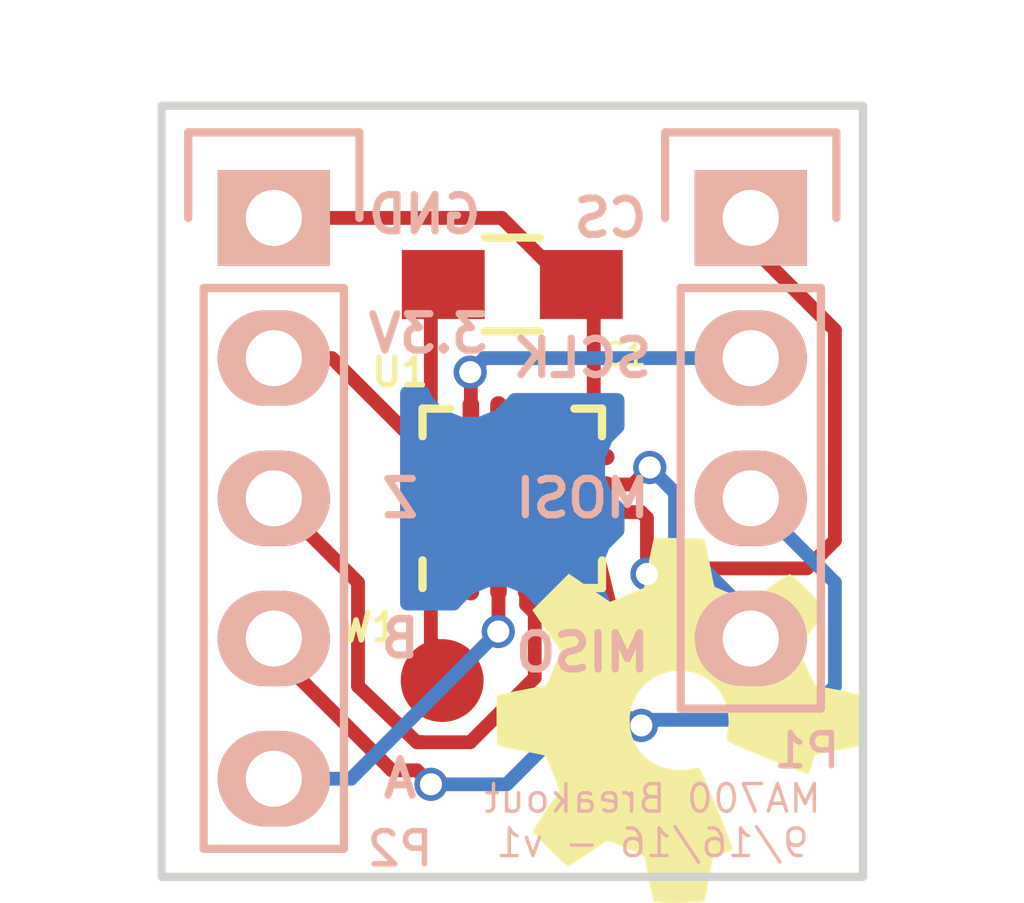
<source format=kicad_pcb>
(kicad_pcb (version 4) (host pcbnew 4.0.4-stable)

  (general
    (links 15)
    (no_connects 3)
    (area 139.238667 101.589 162.262154 124.371494)
    (thickness 1.6)
    (drawings 14)
    (tracks 78)
    (zones 0)
    (modules 6)
    (nets 18)
  )

  (page A4)
  (layers
    (0 F.Cu signal)
    (31 B.Cu signal)
    (32 B.Adhes user)
    (33 F.Adhes user)
    (34 B.Paste user)
    (35 F.Paste user)
    (36 B.SilkS user)
    (37 F.SilkS user)
    (38 B.Mask user)
    (39 F.Mask user)
    (40 Dwgs.User user)
    (41 Cmts.User user)
    (42 Eco1.User user)
    (43 Eco2.User user)
    (44 Edge.Cuts user)
    (45 Margin user)
    (46 B.CrtYd user)
    (47 F.CrtYd user)
    (48 B.Fab user)
    (49 F.Fab user)
  )

  (setup
    (last_trace_width 0.25)
    (trace_clearance 0.2)
    (zone_clearance 0.508)
    (zone_45_only no)
    (trace_min 0.2)
    (segment_width 0.2)
    (edge_width 0.15)
    (via_size 0.6)
    (via_drill 0.4)
    (via_min_size 0.4)
    (via_min_drill 0.3)
    (uvia_size 0.3)
    (uvia_drill 0.1)
    (uvias_allowed no)
    (uvia_min_size 0.2)
    (uvia_min_drill 0.1)
    (pcb_text_width 0.3)
    (pcb_text_size 1.5 1.5)
    (mod_edge_width 0.15)
    (mod_text_size 1 1)
    (mod_text_width 0.15)
    (pad_size 1.524 1.524)
    (pad_drill 0.762)
    (pad_to_mask_clearance 0.2)
    (aux_axis_origin 0 0)
    (visible_elements 7FFEFFFF)
    (pcbplotparams
      (layerselection 0x010f0_80000001)
      (usegerberextensions false)
      (excludeedgelayer true)
      (linewidth 0.100000)
      (plotframeref false)
      (viasonmask false)
      (mode 1)
      (useauxorigin false)
      (hpglpennumber 1)
      (hpglpenspeed 20)
      (hpglpendiameter 15)
      (hpglpenoverlay 2)
      (psnegative false)
      (psa4output false)
      (plotreference true)
      (plotvalue true)
      (plotinvisibletext false)
      (padsonsilk false)
      (subtractmaskfromsilk true)
      (outputformat 1)
      (mirror false)
      (drillshape 0)
      (scaleselection 1)
      (outputdirectory ""))
  )

  (net 0 "")
  (net 1 VCC)
  (net 2 GND)
  (net 3 CS)
  (net 4 SCLK)
  (net 5 MOSI)
  (net 6 MISO)
  (net 7 Z)
  (net 8 B)
  (net 9 A)
  (net 10 "Net-(U1-Pad1)")
  (net 11 "Net-(U1-Pad9)")
  (net 12 "Net-(U1-Pad10)")
  (net 13 "Net-(U1-Pad11)")
  (net 14 "Net-(U1-Pad14)")
  (net 15 "Net-(U1-Pad15)")
  (net 16 "Net-(U1-Pad16)")
  (net 17 "Net-(U1-Pad17)")

  (net_class Default "This is the default net class."
    (clearance 0.2)
    (trace_width 0.25)
    (via_dia 0.6)
    (via_drill 0.4)
    (uvia_dia 0.3)
    (uvia_drill 0.1)
    (add_net A)
    (add_net B)
    (add_net CS)
    (add_net GND)
    (add_net MISO)
    (add_net MOSI)
    (add_net "Net-(U1-Pad1)")
    (add_net "Net-(U1-Pad10)")
    (add_net "Net-(U1-Pad11)")
    (add_net "Net-(U1-Pad14)")
    (add_net "Net-(U1-Pad15)")
    (add_net "Net-(U1-Pad16)")
    (add_net "Net-(U1-Pad17)")
    (add_net "Net-(U1-Pad9)")
    (add_net SCLK)
    (add_net VCC)
    (add_net Z)
  )

  (module Capacitors_SMD:C_0805_HandSoldering (layer F.Cu) (tedit 57DB91D4) (tstamp 57DB7D6A)
    (at 148.59 106.8705)
    (descr "Capacitor SMD 0805, hand soldering")
    (tags "capacitor 0805")
    (path /57DB7600)
    (attr smd)
    (fp_text reference C1 (at 2.032 1.27) (layer F.SilkS)
      (effects (font (size 0.4048 0.4048) (thickness 0.0658)))
    )
    (fp_text value 100nF (at 0 2.1) (layer F.Fab)
      (effects (font (size 1 1) (thickness 0.15)))
    )
    (fp_line (start -2.3 -1) (end 2.3 -1) (layer F.CrtYd) (width 0.05))
    (fp_line (start -2.3 1) (end 2.3 1) (layer F.CrtYd) (width 0.05))
    (fp_line (start -2.3 -1) (end -2.3 1) (layer F.CrtYd) (width 0.05))
    (fp_line (start 2.3 -1) (end 2.3 1) (layer F.CrtYd) (width 0.05))
    (fp_line (start 0.5 -0.85) (end -0.5 -0.85) (layer F.SilkS) (width 0.15))
    (fp_line (start -0.5 0.85) (end 0.5 0.85) (layer F.SilkS) (width 0.15))
    (pad 1 smd rect (at -1.25 0) (size 1.5 1.25) (layers F.Cu F.Paste F.Mask)
      (net 1 VCC))
    (pad 2 smd rect (at 1.25 0) (size 1.5 1.25) (layers F.Cu F.Paste F.Mask)
      (net 2 GND))
    (model Capacitors_SMD.3dshapes/C_0805_HandSoldering.wrl
      (at (xyz 0 0 0))
      (scale (xyz 1 1 1))
      (rotate (xyz 0 0 0))
    )
  )

  (module Housings_DFN_QFN:QFN-16-1EP_3x3mm_Pitch0.5mm (layer F.Cu) (tedit 57DC060E) (tstamp 57DB7D98)
    (at 148.59 110.744 90)
    (descr "16-Lead Plastic Quad Flat, No Lead Package (NG) - 3x3x0.9 mm Body [QFN]; (see Microchip Packaging Specification 00000049BS.pdf)")
    (tags "QFN 0.5")
    (path /57DB7185)
    (attr smd)
    (fp_text reference U1 (at 2.286 -2.032 180) (layer F.SilkS)
      (effects (font (size 0.5 0.5) (thickness 0.1)))
    )
    (fp_text value MA700 (at 0 2.85 90) (layer F.Fab)
      (effects (font (size 1 1) (thickness 0.15)))
    )
    (fp_line (start -2.1 -2.1) (end -2.1 2.1) (layer F.CrtYd) (width 0.05))
    (fp_line (start 2.1 -2.1) (end 2.1 2.1) (layer F.CrtYd) (width 0.05))
    (fp_line (start -2.1 -2.1) (end 2.1 -2.1) (layer F.CrtYd) (width 0.05))
    (fp_line (start -2.1 2.1) (end 2.1 2.1) (layer F.CrtYd) (width 0.05))
    (fp_line (start 1.625 -1.625) (end 1.625 -1.125) (layer F.SilkS) (width 0.15))
    (fp_line (start -1.625 1.625) (end -1.625 1.125) (layer F.SilkS) (width 0.15))
    (fp_line (start 1.625 1.625) (end 1.625 1.125) (layer F.SilkS) (width 0.15))
    (fp_line (start -1.625 -1.625) (end -1.125 -1.625) (layer F.SilkS) (width 0.15))
    (fp_line (start -1.625 1.625) (end -1.125 1.625) (layer F.SilkS) (width 0.15))
    (fp_line (start 1.625 1.625) (end 1.125 1.625) (layer F.SilkS) (width 0.15))
    (fp_line (start 1.625 -1.625) (end 1.125 -1.625) (layer F.SilkS) (width 0.15))
    (pad 1 smd oval (at -1.475 -0.75 90) (size 0.75 0.3) (layers F.Cu F.Paste F.Mask)
      (net 10 "Net-(U1-Pad1)"))
    (pad 2 smd oval (at -1.475 -0.25 90) (size 0.75 0.3) (layers F.Cu F.Paste F.Mask)
      (net 9 A))
    (pad 3 smd oval (at -1.475 0.25 90) (size 0.75 0.3) (layers F.Cu F.Paste F.Mask)
      (net 7 Z))
    (pad 4 smd oval (at -1.475 0.75 90) (size 0.75 0.3) (layers F.Cu F.Paste F.Mask)
      (net 5 MOSI))
    (pad 5 smd oval (at -0.75 1.475 180) (size 0.75 0.3) (layers F.Cu F.Paste F.Mask)
      (net 3 CS))
    (pad 6 smd oval (at -0.25 1.475 180) (size 0.75 0.3) (layers F.Cu F.Paste F.Mask)
      (net 8 B))
    (pad 7 smd oval (at 0.25 1.475 180) (size 0.75 0.3) (layers F.Cu F.Paste F.Mask)
      (net 6 MISO))
    (pad 8 smd oval (at 0.75 1.475 180) (size 0.75 0.3) (layers F.Cu F.Paste F.Mask)
      (net 2 GND))
    (pad 9 smd oval (at 1.475 0.75 90) (size 0.75 0.3) (layers F.Cu F.Paste F.Mask)
      (net 11 "Net-(U1-Pad9)"))
    (pad 10 smd oval (at 1.475 0.25 90) (size 0.75 0.3) (layers F.Cu F.Paste F.Mask)
      (net 12 "Net-(U1-Pad10)"))
    (pad 11 smd oval (at 1.475 -0.25 90) (size 0.75 0.3) (layers F.Cu F.Paste F.Mask)
      (net 13 "Net-(U1-Pad11)"))
    (pad 12 smd oval (at 1.475 -0.75 90) (size 0.75 0.3) (layers F.Cu F.Paste F.Mask)
      (net 4 SCLK))
    (pad 13 smd oval (at 0.75 -1.475 180) (size 0.75 0.3) (layers F.Cu F.Paste F.Mask)
      (net 1 VCC))
    (pad 14 smd oval (at 0.25 -1.475 180) (size 0.75 0.3) (layers F.Cu F.Paste F.Mask)
      (net 14 "Net-(U1-Pad14)"))
    (pad 15 smd oval (at -0.25 -1.475 180) (size 0.75 0.3) (layers F.Cu F.Paste F.Mask)
      (net 15 "Net-(U1-Pad15)"))
    (pad 16 smd oval (at -0.75 -1.475 180) (size 0.75 0.3) (layers F.Cu F.Paste F.Mask)
      (net 16 "Net-(U1-Pad16)"))
    (pad 17 smd rect (at 0.45 0.45 90) (size 0.9 0.9) (layers F.Cu F.Paste F.Mask)
      (net 17 "Net-(U1-Pad17)") (solder_paste_margin_ratio -0.2))
    (pad 17 smd rect (at 0.45 -0.45 90) (size 0.9 0.9) (layers F.Cu F.Paste F.Mask)
      (net 17 "Net-(U1-Pad17)") (solder_paste_margin_ratio -0.2))
    (pad 17 smd rect (at -0.45 0.45 90) (size 0.9 0.9) (layers F.Cu F.Paste F.Mask)
      (net 17 "Net-(U1-Pad17)") (solder_paste_margin_ratio -0.2))
    (pad 17 smd rect (at -0.45 -0.45 90) (size 0.9 0.9) (layers F.Cu F.Paste F.Mask)
      (net 17 "Net-(U1-Pad17)") (solder_paste_margin_ratio -0.2))
    (model Housings_DFN_QFN.3dshapes/QFN-16-1EP_3x3mm_Pitch0.5mm.wrl
      (at (xyz 0 0 0))
      (scale (xyz 1 1 1))
      (rotate (xyz 0 0 0))
    )
  )

  (module Pin_Headers:Pin_Header_Straight_1x04 (layer B.Cu) (tedit 57DC0691) (tstamp 57DB8055)
    (at 152.908 105.664 180)
    (descr "Through hole pin header")
    (tags "pin header")
    (path /57DB7715)
    (fp_text reference P1 (at -1.016 -9.652 360) (layer B.SilkS)
      (effects (font (size 0.6 0.6) (thickness 0.1)) (justify mirror))
    )
    (fp_text value CONN_01X04 (at 0 3.1 180) (layer B.Fab)
      (effects (font (size 1 1) (thickness 0.15)) (justify mirror))
    )
    (fp_line (start -1.75 1.75) (end -1.75 -9.4) (layer B.CrtYd) (width 0.05))
    (fp_line (start 1.75 1.75) (end 1.75 -9.4) (layer B.CrtYd) (width 0.05))
    (fp_line (start -1.75 1.75) (end 1.75 1.75) (layer B.CrtYd) (width 0.05))
    (fp_line (start -1.75 -9.4) (end 1.75 -9.4) (layer B.CrtYd) (width 0.05))
    (fp_line (start -1.27 -1.27) (end -1.27 -8.89) (layer B.SilkS) (width 0.15))
    (fp_line (start 1.27 -1.27) (end 1.27 -8.89) (layer B.SilkS) (width 0.15))
    (fp_line (start 1.55 1.55) (end 1.55 0) (layer B.SilkS) (width 0.15))
    (fp_line (start -1.27 -8.89) (end 1.27 -8.89) (layer B.SilkS) (width 0.15))
    (fp_line (start 1.27 -1.27) (end -1.27 -1.27) (layer B.SilkS) (width 0.15))
    (fp_line (start -1.55 0) (end -1.55 1.55) (layer B.SilkS) (width 0.15))
    (fp_line (start -1.55 1.55) (end 1.55 1.55) (layer B.SilkS) (width 0.15))
    (pad 1 thru_hole rect (at 0 0 180) (size 2.032 1.7272) (drill 1.016) (layers *.Cu *.Mask B.SilkS)
      (net 3 CS))
    (pad 2 thru_hole oval (at 0 -2.54 180) (size 2.032 1.7272) (drill 1.016) (layers *.Cu *.Mask B.SilkS)
      (net 4 SCLK))
    (pad 3 thru_hole oval (at 0 -5.08 180) (size 2.032 1.7272) (drill 1.016) (layers *.Cu *.Mask B.SilkS)
      (net 5 MOSI))
    (pad 4 thru_hole oval (at 0 -7.62 180) (size 2.032 1.7272) (drill 1.016) (layers *.Cu *.Mask B.SilkS)
      (net 6 MISO))
    (model Pin_Headers.3dshapes/Pin_Header_Straight_1x04.wrl
      (at (xyz 0 -0.15 0))
      (scale (xyz 1 1 1))
      (rotate (xyz 0 0 90))
    )
  )

  (module Pin_Headers:Pin_Header_Straight_1x05 (layer B.Cu) (tedit 57DC064D) (tstamp 57DB805C)
    (at 144.272 105.664 180)
    (descr "Through hole pin header")
    (tags "pin header")
    (path /57DB76E2)
    (fp_text reference P2 (at -2.286 -11.43 360) (layer B.SilkS)
      (effects (font (size 0.6 0.6) (thickness 0.1)) (justify mirror))
    )
    (fp_text value CONN_01X05 (at 0 3.1 180) (layer B.Fab)
      (effects (font (size 1 1) (thickness 0.15)) (justify mirror))
    )
    (fp_line (start -1.55 0) (end -1.55 1.55) (layer B.SilkS) (width 0.15))
    (fp_line (start -1.55 1.55) (end 1.55 1.55) (layer B.SilkS) (width 0.15))
    (fp_line (start 1.55 1.55) (end 1.55 0) (layer B.SilkS) (width 0.15))
    (fp_line (start -1.75 1.75) (end -1.75 -11.95) (layer B.CrtYd) (width 0.05))
    (fp_line (start 1.75 1.75) (end 1.75 -11.95) (layer B.CrtYd) (width 0.05))
    (fp_line (start -1.75 1.75) (end 1.75 1.75) (layer B.CrtYd) (width 0.05))
    (fp_line (start -1.75 -11.95) (end 1.75 -11.95) (layer B.CrtYd) (width 0.05))
    (fp_line (start 1.27 -1.27) (end 1.27 -11.43) (layer B.SilkS) (width 0.15))
    (fp_line (start 1.27 -11.43) (end -1.27 -11.43) (layer B.SilkS) (width 0.15))
    (fp_line (start -1.27 -11.43) (end -1.27 -1.27) (layer B.SilkS) (width 0.15))
    (fp_line (start 1.27 -1.27) (end -1.27 -1.27) (layer B.SilkS) (width 0.15))
    (pad 1 thru_hole rect (at 0 0 180) (size 2.032 1.7272) (drill 1.016) (layers *.Cu *.Mask B.SilkS)
      (net 2 GND))
    (pad 2 thru_hole oval (at 0 -2.54 180) (size 2.032 1.7272) (drill 1.016) (layers *.Cu *.Mask B.SilkS)
      (net 1 VCC))
    (pad 3 thru_hole oval (at 0 -5.08 180) (size 2.032 1.7272) (drill 1.016) (layers *.Cu *.Mask B.SilkS)
      (net 7 Z))
    (pad 4 thru_hole oval (at 0 -7.62 180) (size 2.032 1.7272) (drill 1.016) (layers *.Cu *.Mask B.SilkS)
      (net 8 B))
    (pad 5 thru_hole oval (at 0 -10.16 180) (size 2.032 1.7272) (drill 1.016) (layers *.Cu *.Mask B.SilkS)
      (net 9 A))
    (model Pin_Headers.3dshapes/Pin_Header_Straight_1x05.wrl
      (at (xyz 0 -0.2 0))
      (scale (xyz 1 1 1))
      (rotate (xyz 0 0 90))
    )
  )

  (module Measurement_Points:Measurement_Point_Round-SMD-Pad_Small (layer F.Cu) (tedit 57DC09CD) (tstamp 57DB8068)
    (at 147.32 114.046)
    (descr "Mesurement Point, Round, SMD Pad, DM 1.5mm,")
    (tags "Mesurement Point Round SMD Pad 1.5mm")
    (path /57DB80F1)
    (attr virtual)
    (fp_text reference W1 (at -1.3208 -0.9652) (layer F.SilkS)
      (effects (font (size 0.5 0.5) (thickness 0.1)))
    )
    (fp_text value TEST_1P (at 0 2) (layer F.Fab)
      (effects (font (size 1 1) (thickness 0.15)))
    )
    (fp_circle (center 0 0) (end 1 0) (layer F.CrtYd) (width 0.05))
    (pad 1 smd circle (at 0 0) (size 1.5 1.5) (layers F.Cu F.Mask)
      (net 16 "Net-(U1-Pad16)"))
  )

  (module Symbols:OSHW-Symbol_6.7x6mm_SilkScreen (layer F.Cu) (tedit 0) (tstamp 57DC044E)
    (at 151.384 114.554 45)
    (descr "Open Source Hardware Symbol")
    (tags "Logo Symbol OSHW")
    (autoplace_cost90 4)
    (attr virtual)
    (fp_text reference REF*** (at 0 0 45) (layer F.SilkS) hide
      (effects (font (size 1 1) (thickness 0.15)))
    )
    (fp_text value OSHW-Symbol_6.7x6mm_SilkScreen (at 0.75 0 45) (layer F.Fab) hide
      (effects (font (size 1 1) (thickness 0.15)))
    )
    (fp_poly (pts (xy 0.555814 -2.531069) (xy 0.639635 -2.086445) (xy 0.94892 -1.958947) (xy 1.258206 -1.831449)
      (xy 1.629246 -2.083754) (xy 1.733157 -2.154004) (xy 1.827087 -2.216728) (xy 1.906652 -2.269062)
      (xy 1.96747 -2.308143) (xy 2.005157 -2.331107) (xy 2.015421 -2.336058) (xy 2.03391 -2.323324)
      (xy 2.07342 -2.288118) (xy 2.129522 -2.234938) (xy 2.197787 -2.168282) (xy 2.273786 -2.092646)
      (xy 2.353092 -2.012528) (xy 2.431275 -1.932426) (xy 2.503907 -1.856836) (xy 2.566559 -1.790255)
      (xy 2.614803 -1.737182) (xy 2.64421 -1.702113) (xy 2.651241 -1.690377) (xy 2.641123 -1.66874)
      (xy 2.612759 -1.621338) (xy 2.569129 -1.552807) (xy 2.513218 -1.467785) (xy 2.448006 -1.370907)
      (xy 2.410219 -1.31565) (xy 2.341343 -1.214752) (xy 2.28014 -1.123701) (xy 2.229578 -1.04703)
      (xy 2.192628 -0.989272) (xy 2.172258 -0.954957) (xy 2.169197 -0.947746) (xy 2.176136 -0.927252)
      (xy 2.195051 -0.879487) (xy 2.223087 -0.811168) (xy 2.257391 -0.729011) (xy 2.295109 -0.63973)
      (xy 2.333387 -0.550042) (xy 2.36937 -0.466662) (xy 2.400206 -0.396306) (xy 2.423039 -0.34569)
      (xy 2.435017 -0.321529) (xy 2.435724 -0.320578) (xy 2.454531 -0.315964) (xy 2.504618 -0.305672)
      (xy 2.580793 -0.290713) (xy 2.677865 -0.272099) (xy 2.790643 -0.250841) (xy 2.856442 -0.238582)
      (xy 2.97695 -0.215638) (xy 3.085797 -0.193805) (xy 3.177476 -0.174278) (xy 3.246481 -0.158252)
      (xy 3.287304 -0.146921) (xy 3.295511 -0.143326) (xy 3.303548 -0.118994) (xy 3.310033 -0.064041)
      (xy 3.31497 0.015108) (xy 3.318364 0.112026) (xy 3.320218 0.220287) (xy 3.320538 0.333465)
      (xy 3.319327 0.445135) (xy 3.31659 0.548868) (xy 3.312331 0.638241) (xy 3.306555 0.706826)
      (xy 3.299267 0.748197) (xy 3.294895 0.75681) (xy 3.268764 0.767133) (xy 3.213393 0.781892)
      (xy 3.136107 0.799352) (xy 3.04423 0.81778) (xy 3.012158 0.823741) (xy 2.857524 0.852066)
      (xy 2.735375 0.874876) (xy 2.641673 0.89308) (xy 2.572384 0.907583) (xy 2.523471 0.919292)
      (xy 2.490897 0.929115) (xy 2.470628 0.937956) (xy 2.458626 0.946724) (xy 2.456947 0.948457)
      (xy 2.440184 0.976371) (xy 2.414614 1.030695) (xy 2.382788 1.104777) (xy 2.34726 1.191965)
      (xy 2.310583 1.285608) (xy 2.275311 1.379052) (xy 2.243996 1.465647) (xy 2.219193 1.53874)
      (xy 2.203454 1.591678) (xy 2.199332 1.617811) (xy 2.199676 1.618726) (xy 2.213641 1.640086)
      (xy 2.245322 1.687084) (xy 2.291391 1.754827) (xy 2.348518 1.838423) (xy 2.413373 1.932982)
      (xy 2.431843 1.959854) (xy 2.497699 2.057275) (xy 2.55565 2.146163) (xy 2.602538 2.221412)
      (xy 2.635207 2.27792) (xy 2.6505 2.310581) (xy 2.651241 2.314593) (xy 2.638392 2.335684)
      (xy 2.602888 2.377464) (xy 2.549293 2.435445) (xy 2.482171 2.505135) (xy 2.406087 2.582045)
      (xy 2.325604 2.661683) (xy 2.245287 2.739561) (xy 2.169699 2.811186) (xy 2.103405 2.87207)
      (xy 2.050969 2.917721) (xy 2.016955 2.94365) (xy 2.007545 2.947883) (xy 1.985643 2.937912)
      (xy 1.9408 2.91102) (xy 1.880321 2.871736) (xy 1.833789 2.840117) (xy 1.749475 2.782098)
      (xy 1.649626 2.713784) (xy 1.549473 2.645579) (xy 1.495627 2.609075) (xy 1.313371 2.4858)
      (xy 1.160381 2.56852) (xy 1.090682 2.604759) (xy 1.031414 2.632926) (xy 0.991311 2.648991)
      (xy 0.981103 2.651226) (xy 0.968829 2.634722) (xy 0.944613 2.588082) (xy 0.910263 2.515609)
      (xy 0.867588 2.421606) (xy 0.818394 2.310374) (xy 0.76449 2.186215) (xy 0.707684 2.053432)
      (xy 0.649782 1.916327) (xy 0.592593 1.779202) (xy 0.537924 1.646358) (xy 0.487584 1.522098)
      (xy 0.44338 1.410725) (xy 0.407119 1.316539) (xy 0.380609 1.243844) (xy 0.365658 1.196941)
      (xy 0.363254 1.180833) (xy 0.382311 1.160286) (xy 0.424036 1.126933) (xy 0.479706 1.087702)
      (xy 0.484378 1.084599) (xy 0.628264 0.969423) (xy 0.744283 0.835053) (xy 0.83143 0.685784)
      (xy 0.888699 0.525913) (xy 0.915086 0.359737) (xy 0.909585 0.191552) (xy 0.87119 0.025655)
      (xy 0.798895 -0.133658) (xy 0.777626 -0.168513) (xy 0.666996 -0.309263) (xy 0.536302 -0.422286)
      (xy 0.390064 -0.506997) (xy 0.232808 -0.562806) (xy 0.069057 -0.589126) (xy -0.096667 -0.58537)
      (xy -0.259838 -0.55095) (xy -0.415935 -0.485277) (xy -0.560433 -0.387765) (xy -0.605131 -0.348187)
      (xy -0.718888 -0.224297) (xy -0.801782 -0.093876) (xy -0.858644 0.052315) (xy -0.890313 0.197088)
      (xy -0.898131 0.35986) (xy -0.872062 0.52344) (xy -0.814755 0.682298) (xy -0.728856 0.830906)
      (xy -0.617014 0.963735) (xy -0.481877 1.075256) (xy -0.464117 1.087011) (xy -0.40785 1.125508)
      (xy -0.365077 1.158863) (xy -0.344628 1.18016) (xy -0.344331 1.180833) (xy -0.348721 1.203871)
      (xy -0.366124 1.256157) (xy -0.394732 1.33339) (xy -0.432735 1.431268) (xy -0.478326 1.545491)
      (xy -0.529697 1.671758) (xy -0.585038 1.805767) (xy -0.642542 1.943218) (xy -0.700399 2.079808)
      (xy -0.756802 2.211237) (xy -0.809942 2.333205) (xy -0.85801 2.441409) (xy -0.899199 2.531549)
      (xy -0.931699 2.599323) (xy -0.953703 2.64043) (xy -0.962564 2.651226) (xy -0.98964 2.642819)
      (xy -1.040303 2.620272) (xy -1.105817 2.587613) (xy -1.141841 2.56852) (xy -1.294832 2.4858)
      (xy -1.477088 2.609075) (xy -1.570125 2.672228) (xy -1.671985 2.741727) (xy -1.767438 2.807165)
      (xy -1.81525 2.840117) (xy -1.882495 2.885273) (xy -1.939436 2.921057) (xy -1.978646 2.942938)
      (xy -1.991381 2.947563) (xy -2.009917 2.935085) (xy -2.050941 2.900252) (xy -2.110475 2.846678)
      (xy -2.184542 2.777983) (xy -2.269165 2.697781) (xy -2.322685 2.646286) (xy -2.416319 2.554286)
      (xy -2.497241 2.471999) (xy -2.562177 2.402945) (xy -2.607858 2.350644) (xy -2.631011 2.318616)
      (xy -2.633232 2.312116) (xy -2.622924 2.287394) (xy -2.594439 2.237405) (xy -2.550937 2.167212)
      (xy -2.495577 2.081875) (xy -2.43152 1.986456) (xy -2.413303 1.959854) (xy -2.346927 1.863167)
      (xy -2.287378 1.776117) (xy -2.237984 1.703595) (xy -2.202075 1.650493) (xy -2.182981 1.621703)
      (xy -2.181136 1.618726) (xy -2.183895 1.595782) (xy -2.198538 1.545336) (xy -2.222513 1.474041)
      (xy -2.253266 1.388547) (xy -2.288244 1.295507) (xy -2.324893 1.201574) (xy -2.360661 1.113399)
      (xy -2.392994 1.037634) (xy -2.419338 0.980931) (xy -2.437142 0.949943) (xy -2.438407 0.948457)
      (xy -2.449294 0.939601) (xy -2.467682 0.930843) (xy -2.497606 0.921277) (xy -2.543103 0.909996)
      (xy -2.608209 0.896093) (xy -2.696961 0.878663) (xy -2.813393 0.856798) (xy -2.961542 0.829591)
      (xy -2.993618 0.823741) (xy -3.088686 0.805374) (xy -3.171565 0.787405) (xy -3.23493 0.771569)
      (xy -3.271458 0.7596) (xy -3.276356 0.75681) (xy -3.284427 0.732072) (xy -3.290987 0.67679)
      (xy -3.296033 0.597389) (xy -3.299559 0.500296) (xy -3.301561 0.391938) (xy -3.302036 0.27874)
      (xy -3.300977 0.167128) (xy -3.298382 0.063529) (xy -3.294246 -0.025632) (xy -3.288563 -0.093928)
      (xy -3.281331 -0.134934) (xy -3.276971 -0.143326) (xy -3.252698 -0.151792) (xy -3.197426 -0.165565)
      (xy -3.116662 -0.18345) (xy -3.015912 -0.204252) (xy -2.900683 -0.226777) (xy -2.837902 -0.238582)
      (xy -2.718787 -0.260849) (xy -2.612565 -0.281021) (xy -2.524427 -0.298085) (xy -2.459566 -0.311031)
      (xy -2.423174 -0.318845) (xy -2.417184 -0.320578) (xy -2.407061 -0.34011) (xy -2.385662 -0.387157)
      (xy -2.355839 -0.454997) (xy -2.320445 -0.536909) (xy -2.282332 -0.626172) (xy -2.244353 -0.716065)
      (xy -2.20936 -0.799865) (xy -2.180206 -0.870853) (xy -2.159743 -0.922306) (xy -2.150823 -0.947503)
      (xy -2.150657 -0.948604) (xy -2.160769 -0.968481) (xy -2.189117 -1.014223) (xy -2.232723 -1.081283)
      (xy -2.288606 -1.165116) (xy -2.353787 -1.261174) (xy -2.391679 -1.31635) (xy -2.460725 -1.417519)
      (xy -2.52205 -1.50937) (xy -2.572663 -1.587256) (xy -2.609571 -1.646531) (xy -2.629782 -1.682549)
      (xy -2.632701 -1.690623) (xy -2.620153 -1.709416) (xy -2.585463 -1.749543) (xy -2.533063 -1.806507)
      (xy -2.467384 -1.875815) (xy -2.392856 -1.952969) (xy -2.313913 -2.033475) (xy -2.234983 -2.112837)
      (xy -2.1605 -2.18656) (xy -2.094894 -2.250148) (xy -2.042596 -2.299106) (xy -2.008039 -2.328939)
      (xy -1.996478 -2.336058) (xy -1.977654 -2.326047) (xy -1.932631 -2.297922) (xy -1.865787 -2.254546)
      (xy -1.781499 -2.198782) (xy -1.684144 -2.133494) (xy -1.610707 -2.083754) (xy -1.239667 -1.831449)
      (xy -0.621095 -2.086445) (xy -0.537275 -2.531069) (xy -0.453454 -2.975693) (xy 0.471994 -2.975693)
      (xy 0.555814 -2.531069)) (layer F.SilkS) (width 0.01))
  )

  (gr_text "MA700 Breakout\n9/16/16 - v1" (at 151.13 116.586) (layer B.SilkS)
    (effects (font (size 0.5 0.5) (thickness 0.0625)) (justify mirror))
  )
  (gr_text GND (at 147.0025 105.6005) (layer B.SilkS)
    (effects (font (size 0.658 0.658) (thickness 0.1316)) (justify mirror))
  )
  (gr_text CS (at 150.368 105.664) (layer B.SilkS)
    (effects (font (size 0.658 0.658) (thickness 0.1316)) (justify mirror))
  )
  (gr_text SCLK (at 149.86 108.204) (layer B.SilkS)
    (effects (font (size 0.658 0.658) (thickness 0.1316)) (justify mirror))
  )
  (gr_text MOSI (at 149.86 110.744) (layer B.SilkS)
    (effects (font (size 0.658 0.658) (thickness 0.1316)) (justify mirror))
  )
  (gr_text MISO (at 149.86 113.538) (layer B.SilkS)
    (effects (font (size 0.658 0.658) (thickness 0.1316)) (justify mirror))
  )
  (gr_text A (at 146.558 115.824) (layer B.SilkS)
    (effects (font (size 0.658 0.658) (thickness 0.1316)) (justify mirror))
  )
  (gr_text B (at 146.558 113.284) (layer B.SilkS)
    (effects (font (size 0.658 0.658) (thickness 0.1316)) (justify mirror))
  )
  (gr_text Z (at 146.558 110.744) (layer B.SilkS)
    (effects (font (size 0.658 0.658) (thickness 0.1316)) (justify mirror))
  )
  (gr_text 3.3V (at 147.066 107.7595) (layer B.SilkS)
    (effects (font (size 0.658 0.658) (thickness 0.1316)) (justify mirror))
  )
  (gr_line (start 154.94 117.602) (end 154.94 103.632) (angle 90) (layer Edge.Cuts) (width 0.15))
  (gr_line (start 142.24 117.602) (end 154.94 117.602) (angle 90) (layer Edge.Cuts) (width 0.15))
  (gr_line (start 142.24 103.632) (end 142.24 117.602) (angle 90) (layer Edge.Cuts) (width 0.15))
  (gr_line (start 154.94 103.632) (end 142.24 103.632) (angle 90) (layer Edge.Cuts) (width 0.15))

  (segment (start 147.115 109.994) (end 147.115 107.0955) (width 0.25) (layer F.Cu) (net 1))
  (segment (start 147.115 107.0955) (end 147.34 106.8705) (width 0.25) (layer F.Cu) (net 1) (tstamp 57DC00C3))
  (segment (start 144.272 108.204) (end 145.325 108.204) (width 0.25) (layer F.Cu) (net 1))
  (segment (start 145.325 108.204) (end 147.115 109.994) (width 0.25) (layer F.Cu) (net 1) (tstamp 57DC00BD))
  (segment (start 144.272 105.664) (end 148.3995 105.664) (width 0.25) (layer F.Cu) (net 2))
  (segment (start 148.3995 105.664) (end 149.606 106.8705) (width 0.25) (layer F.Cu) (net 2) (tstamp 57DC00C9))
  (segment (start 149.606 106.8705) (end 149.84 106.8705) (width 0.25) (layer F.Cu) (net 2) (tstamp 57DC00D2))
  (segment (start 149.84 106.8705) (end 149.84 107.2315) (width 0.25) (layer F.Cu) (net 2))
  (segment (start 149.84 107.2315) (end 150.065 107.4565) (width 0.25) (layer F.Cu) (net 2) (tstamp 57DC00B0))
  (segment (start 150.065 107.4565) (end 150.065 109.994) (width 0.25) (layer F.Cu) (net 2) (tstamp 57DC00B2))
  (segment (start 149.84 106.4895) (end 149.7965 106.4895) (width 0.25) (layer F.Cu) (net 2))
  (segment (start 152.908 105.664) (end 152.908 106.172) (width 0.25) (layer F.Cu) (net 3))
  (segment (start 152.908 106.172) (end 154.432 107.696) (width 0.25) (layer F.Cu) (net 3) (tstamp 57DB8CB3))
  (segment (start 150.347325 112.64119) (end 150.065 111.494) (width 0.25) (layer F.Cu) (net 3) (tstamp 57DB8CD2))
  (segment (start 150.368 112.7252) (end 150.347325 112.64119) (width 0.25) (layer F.Cu) (net 3) (tstamp 57DB8CD1))
  (segment (start 151.4856 112.776) (end 150.368 112.7252) (width 0.25) (layer F.Cu) (net 3) (tstamp 57DB8CD0))
  (segment (start 152.146 112.014) (end 151.4856 112.776) (width 0.25) (layer F.Cu) (net 3) (tstamp 57DB8CC2))
  (segment (start 153.924 112.014) (end 152.146 112.014) (width 0.25) (layer F.Cu) (net 3) (tstamp 57DB8CBE))
  (segment (start 154.432 111.506) (end 153.924 112.014) (width 0.25) (layer F.Cu) (net 3) (tstamp 57DB8CBD))
  (segment (start 154.432 107.696) (end 154.432 111.506) (width 0.25) (layer F.Cu) (net 3) (tstamp 57DB8CB7))
  (segment (start 152.908 105.918) (end 152.908 105.664) (width 0.25) (layer F.Cu) (net 3) (tstamp 57DB856B))
  (segment (start 147.84 109.269) (end 147.84 108.47) (width 0.25) (layer F.Cu) (net 4))
  (segment (start 148.082 108.204) (end 152.908 108.204) (width 0.25) (layer B.Cu) (net 4) (tstamp 57DB8BD9))
  (segment (start 147.828 108.458) (end 148.082 108.204) (width 0.25) (layer B.Cu) (net 4) (tstamp 57DB8BD8))
  (via (at 147.828 108.458) (size 0.6) (drill 0.4) (layers F.Cu B.Cu) (net 4))
  (segment (start 147.84 108.47) (end 147.828 108.458) (width 0.25) (layer F.Cu) (net 4) (tstamp 57DB8BD0))
  (segment (start 153.15 108.47) (end 153.416 108.204) (width 0.25) (layer F.Cu) (net 4) (tstamp 57DB81DB))
  (segment (start 149.606 113.1824) (end 149.606 113.6396) (width 0.25) (layer F.Cu) (net 5))
  (segment (start 149.606 112.5728) (end 149.606 113.1824) (width 0.25) (layer F.Cu) (net 5) (tstamp 57DB8F77))
  (segment (start 149.34 112.3068) (end 149.606 112.5728) (width 0.25) (layer F.Cu) (net 5) (tstamp 57DB8F72))
  (segment (start 154.432 112.268) (end 152.908 110.744) (width 0.25) (layer B.Cu) (net 5) (tstamp 57DB8F8E))
  (segment (start 154.432 114.1476) (end 154.432 112.268) (width 0.25) (layer B.Cu) (net 5) (tstamp 57DB8F8C))
  (segment (start 153.8224 114.7572) (end 154.432 114.1476) (width 0.25) (layer B.Cu) (net 5) (tstamp 57DB8F8B))
  (segment (start 151.0284 114.7572) (end 153.8224 114.7572) (width 0.25) (layer B.Cu) (net 5) (tstamp 57DB8F8A))
  (segment (start 150.9268 114.8588) (end 151.0284 114.7572) (width 0.25) (layer B.Cu) (net 5) (tstamp 57DB8F89))
  (via (at 150.9268 114.8588) (size 0.6) (drill 0.4) (layers F.Cu B.Cu) (net 5))
  (segment (start 150.8252 114.8588) (end 150.9268 114.8588) (width 0.25) (layer F.Cu) (net 5) (tstamp 57DB8F84))
  (segment (start 149.606 113.6396) (end 150.8252 114.8588) (width 0.25) (layer F.Cu) (net 5) (tstamp 57DB8F81))
  (segment (start 149.34 112.219) (end 149.34 112.3068) (width 0.25) (layer F.Cu) (net 5))
  (segment (start 150.065 110.494) (end 150.7704 110.494) (width 0.25) (layer F.Cu) (net 6))
  (segment (start 151.5364 111.506) (end 152.908 112.8776) (width 0.25) (layer B.Cu) (net 6) (tstamp 57DB8E06))
  (segment (start 151.5364 110.6424) (end 151.5364 111.506) (width 0.25) (layer B.Cu) (net 6) (tstamp 57DB8DF7))
  (segment (start 151.0792 110.1852) (end 151.5364 110.6424) (width 0.25) (layer B.Cu) (net 6) (tstamp 57DB8DF6))
  (via (at 151.0792 110.1852) (size 0.6) (drill 0.4) (layers F.Cu B.Cu) (net 6))
  (segment (start 150.7704 110.494) (end 151.0792 110.1852) (width 0.25) (layer F.Cu) (net 6) (tstamp 57DB8DF1))
  (segment (start 152.908 112.8776) (end 152.908 113.284) (width 0.25) (layer B.Cu) (net 6) (tstamp 57DB8E0A))
  (segment (start 148.84 112.219) (end 148.84 112.6704) (width 0.25) (layer F.Cu) (net 7))
  (segment (start 145.796 112.268) (end 144.272 110.744) (width 0.25) (layer F.Cu) (net 7) (tstamp 57DB8DD3))
  (segment (start 145.796 114.1476) (end 145.796 112.268) (width 0.25) (layer F.Cu) (net 7) (tstamp 57DB8DCF))
  (segment (start 146.8628 115.1636) (end 145.796 114.1476) (width 0.25) (layer F.Cu) (net 7) (tstamp 57DB8DC9))
  (segment (start 146.9644 115.1636) (end 146.8628 115.1636) (width 0.25) (layer F.Cu) (net 7) (tstamp 57DB8DC8))
  (segment (start 146.9136 115.1636) (end 146.9644 115.1636) (width 0.25) (layer F.Cu) (net 7) (tstamp 57DB8DC6))
  (segment (start 147.828 115.1636) (end 146.9136 115.1636) (width 0.25) (layer F.Cu) (net 7) (tstamp 57DB8DC3))
  (segment (start 148.9964 113.9952) (end 147.828 115.1636) (width 0.25) (layer F.Cu) (net 7) (tstamp 57DB8DBF))
  (segment (start 148.9964 112.8268) (end 148.9964 113.9952) (width 0.25) (layer F.Cu) (net 7) (tstamp 57DB8DBB))
  (segment (start 148.84 112.6704) (end 148.9964 112.8268) (width 0.25) (layer F.Cu) (net 7) (tstamp 57DB8DAF))
  (segment (start 150.065 110.994) (end 150.9228 110.994) (width 0.25) (layer F.Cu) (net 8))
  (segment (start 146.4056 115.6716) (end 144.272 113.538) (width 0.25) (layer F.Cu) (net 8) (tstamp 57DB8EB2))
  (segment (start 146.8628 115.6716) (end 146.4056 115.6716) (width 0.25) (layer F.Cu) (net 8) (tstamp 57DB8EA8))
  (segment (start 147.1168 115.9256) (end 146.8628 115.6716) (width 0.25) (layer F.Cu) (net 8) (tstamp 57DB8EA7))
  (via (at 147.1168 115.9256) (size 0.6) (drill 0.4) (layers F.Cu B.Cu) (net 8))
  (segment (start 148.4884 115.9256) (end 147.1168 115.9256) (width 0.25) (layer B.Cu) (net 8) (tstamp 57DB8E88))
  (segment (start 151.0792 113.3348) (end 148.4884 115.9256) (width 0.25) (layer B.Cu) (net 8) (tstamp 57DB8E82))
  (segment (start 151.0792 112.1664) (end 151.0792 113.3348) (width 0.25) (layer B.Cu) (net 8) (tstamp 57DB8E72))
  (segment (start 151.0284 112.1156) (end 151.0792 112.1664) (width 0.25) (layer B.Cu) (net 8) (tstamp 57DB8E71))
  (via (at 151.0284 112.1156) (size 0.6) (drill 0.4) (layers F.Cu B.Cu) (net 8))
  (segment (start 151.0284 111.0996) (end 151.0284 112.1156) (width 0.25) (layer F.Cu) (net 8) (tstamp 57DB8E6A))
  (segment (start 150.9228 110.994) (end 151.0284 111.0996) (width 0.25) (layer F.Cu) (net 8) (tstamp 57DB8E65))
  (segment (start 144.272 113.538) (end 144.272 113.284) (width 0.25) (layer F.Cu) (net 8) (tstamp 57DB8EB7))
  (segment (start 148.34 112.219) (end 148.34 113.153) (width 0.25) (layer F.Cu) (net 9))
  (segment (start 145.669 115.824) (end 144.272 115.824) (width 0.25) (layer B.Cu) (net 9) (tstamp 57DB8D63))
  (segment (start 148.336 113.157) (end 145.669 115.824) (width 0.25) (layer B.Cu) (net 9) (tstamp 57DB8D62))
  (via (at 148.336 113.157) (size 0.6) (drill 0.4) (layers F.Cu B.Cu) (net 9))
  (segment (start 148.34 113.153) (end 148.336 113.157) (width 0.25) (layer F.Cu) (net 9) (tstamp 57DB8D56))
  (segment (start 148.336 112.223) (end 148.34 112.219) (width 0.25) (layer F.Cu) (net 9) (tstamp 57DB854C))
  (segment (start 147.32 114.046) (end 147.32 113.538) (width 0.25) (layer F.Cu) (net 16))
  (segment (start 147.32 113.538) (end 147.115 113.333) (width 0.25) (layer F.Cu) (net 16) (tstamp 57DB8518))
  (segment (start 147.115 113.333) (end 147.115 111.494) (width 0.25) (layer F.Cu) (net 16) (tstamp 57DB851E))

  (zone (net 0) (net_name "") (layer B.Cu) (tstamp 57DC0AA6) (hatch edge 0.508)
    (connect_pads yes (clearance 0.508))
    (min_thickness 0.254)
    (fill yes (arc_segments 16) (thermal_gap 0.508) (thermal_bridge_width 0.508))
    (polygon
      (pts
        (xy 150.622 112.776) (xy 146.558 112.776) (xy 146.558 108.712) (xy 150.622 108.712)
      )
    )
    (filled_polygon
      (pts
        (xy 147.034883 108.986943) (xy 147.297673 109.250192) (xy 147.641201 109.392838) (xy 148.013167 109.393162) (xy 148.356943 109.251117)
        (xy 148.620192 108.988327) (xy 148.630294 108.964) (xy 150.495 108.964) (xy 150.495 109.447244) (xy 150.287008 109.654873)
        (xy 150.144362 109.998401) (xy 150.144038 110.370367) (xy 150.286083 110.714143) (xy 150.495 110.923425) (xy 150.495 111.326932)
        (xy 150.236208 111.585273) (xy 150.093562 111.928801) (xy 150.093238 112.300767) (xy 150.235283 112.644543) (xy 150.239732 112.649)
        (xy 149.13777 112.649) (xy 149.129117 112.628057) (xy 148.866327 112.364808) (xy 148.522799 112.222162) (xy 148.150833 112.221838)
        (xy 147.807057 112.363883) (xy 147.543808 112.626673) (xy 147.534537 112.649) (xy 146.685 112.649) (xy 146.685 108.839)
        (xy 146.973754 108.839)
      )
    )
  )
)

</source>
